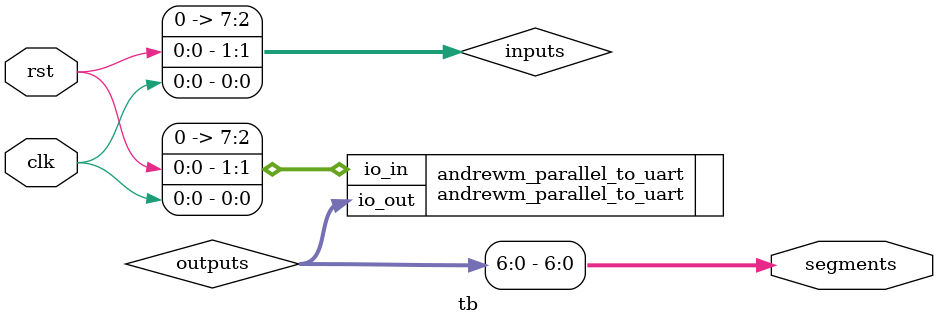
<source format=v>
`default_nettype none
`timescale 1ns/1ps

/*
this testbench just instantiates the module and makes some convenient wires
that can be driven / tested by the cocotb test.py
*/

module tb (
    // testbench is controlled by test.py
    input clk,
    input rst,
    output [6:0] segments
   );

    // this part dumps the trace to a vcd file that can be viewed with GTKWave
    initial begin
        $dumpfile ("tb.vcd");
        $dumpvars (0, tb);
        #1;
    end

    // wire up the inputs and outputs
    wire [7:0] inputs = {6'b0, rst, clk};
    wire [7:0] outputs;
    assign segments = outputs[6:0];

    // instantiate the DUT
    andrewm_parallel_to_uart andrewm_parallel_to_uart(
        `ifdef GL_TEST
            .vccd1( 1'b1),
            .vssd1( 1'b0),
        `endif
        .io_in  (inputs),
        .io_out (outputs)
        );

endmodule

</source>
